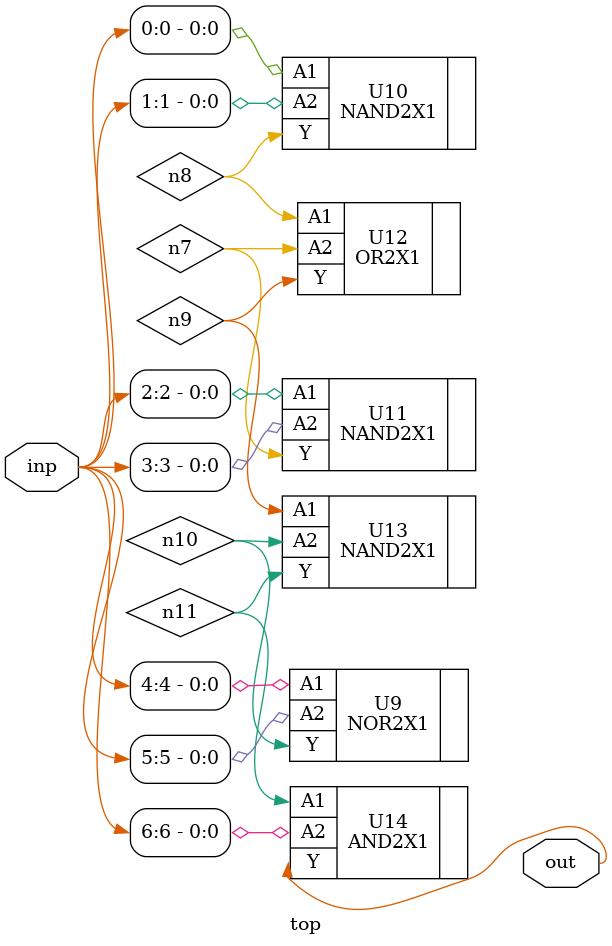
<source format=sv>


module top ( inp, out );
  input [6:0] inp;
  output out;
  wire   n7, n8, n9, n10, n11;

  NOR2X1 U9 ( .A1(inp[4]), .A2(inp[5]), .Y(n10) );
  NAND2X1 U10 ( .A1(inp[0]), .A2(inp[1]), .Y(n8) );
  NAND2X1 U11 ( .A1(inp[2]), .A2(inp[3]), .Y(n7) );
  OR2X1 U12 ( .A1(n8), .A2(n7), .Y(n9) );
  NAND2X1 U13 ( .A1(n9), .A2(n10), .Y(n11) );
  AND2X1 U14 ( .A1(n11), .A2(inp[6]), .Y(out) );
endmodule


</source>
